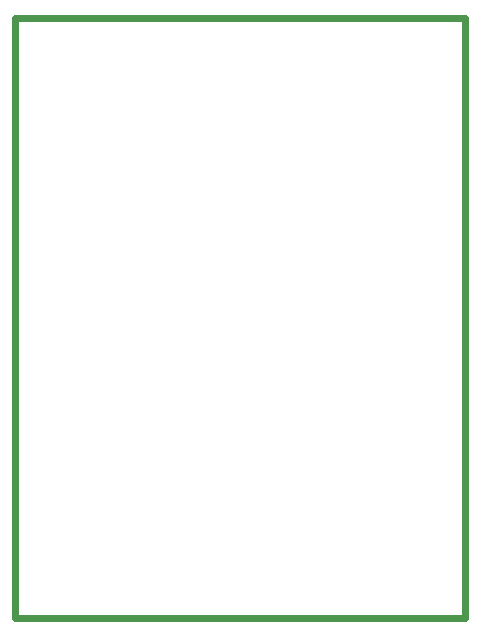
<source format=gbr>
G04 #@! TF.GenerationSoftware,KiCad,Pcbnew,(7.0.0)*
G04 #@! TF.CreationDate,2023-06-23T19:03:53+10:00*
G04 #@! TF.ProjectId,RP2040_minimal,52503230-3430-45f6-9d69-6e696d616c2e,REV1*
G04 #@! TF.SameCoordinates,Original*
G04 #@! TF.FileFunction,Profile,NP*
%FSLAX46Y46*%
G04 Gerber Fmt 4.6, Leading zero omitted, Abs format (unit mm)*
G04 Created by KiCad (PCBNEW (7.0.0)) date 2023-06-23 19:03:53*
%MOMM*%
%LPD*%
G01*
G04 APERTURE LIST*
G04 #@! TA.AperFunction,Profile*
%ADD10C,0.600000*%
G04 #@! TD*
G04 APERTURE END LIST*
D10*
X179070000Y-125730000D02*
X140970000Y-125730000D01*
X179070000Y-74930000D02*
X179070000Y-125730000D01*
X140970000Y-74930000D02*
X179070000Y-74930000D01*
X140970000Y-125730000D02*
X140970000Y-74930000D01*
M02*

</source>
